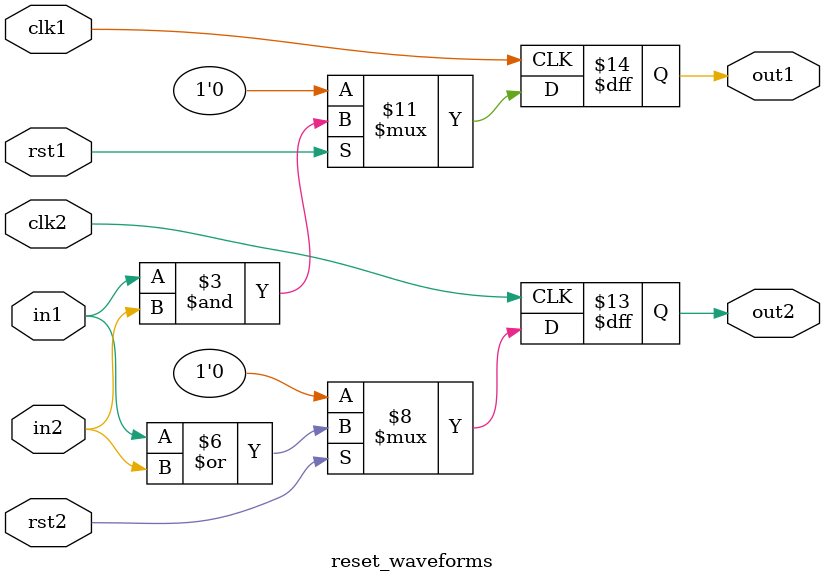
<source format=v>
module reset_waveforms ( clk1, clk2, rst1, rst2, in1, in2, out1, out2 );
input clk1, rst1;
input clk2, rst2;
input in1, in2;
output out1;
output out2;
reg out1;
reg out2;

always @(posedge clk1)
begin
	if ( 1'b0 == rst1 )
		out1 = 1'b0;
	else
		out1 = in1 & in2;
end

always @(posedge clk2)
begin
	if ( 1'b0 == rst2 )
		out2 = 1'b0;
	else
		out2 = in1 | in2;
end

endmodule

</source>
